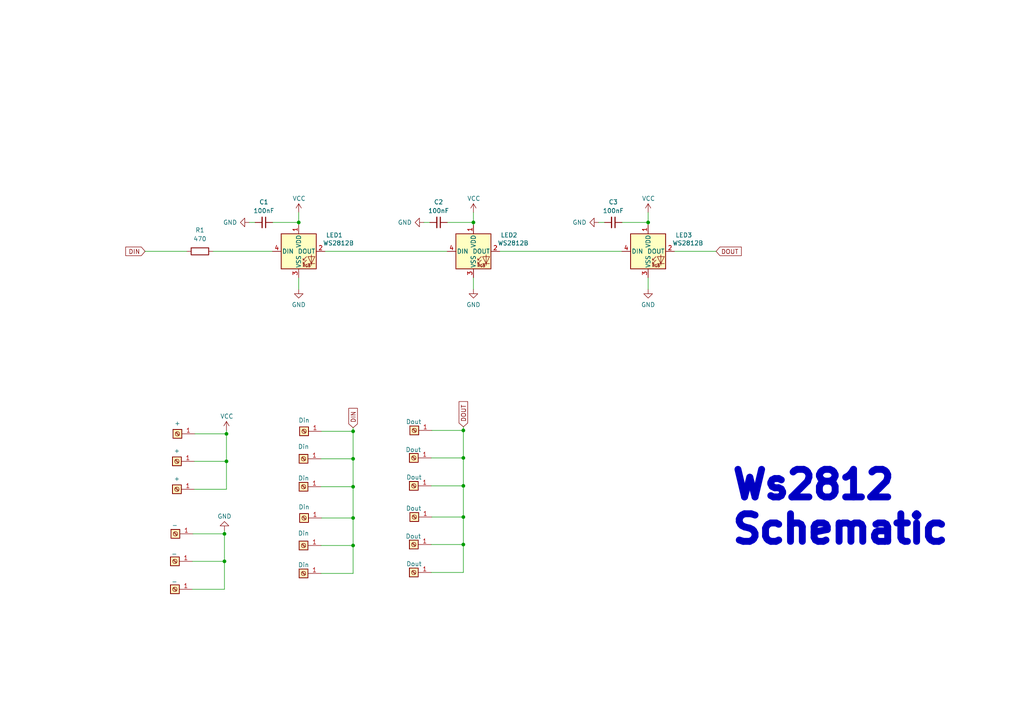
<source format=kicad_sch>
(kicad_sch (version 20230121) (generator eeschema)

  (uuid e63e39d7-6ac0-4ffd-8aa3-1841a4541b55)

  (paper "A4")

  (title_block
    (title "Ws2812 Schematic")
    (date "2024-03-08")
    (rev "1")
    (company " Designed By : Engr. Ahsan Mehmood Awan")
    (comment 1 "WhatsApp +923491540717")
    (comment 2 "https://www.fiverr.com/pcbdesign_engr")
    (comment 3 "engrahsanmehmoodawan@gmail.com")
  )

  (lib_symbols
    (symbol "Connector:Screw_Terminal_01x01" (pin_names (offset 1.016) hide) (in_bom yes) (on_board yes)
      (property "Reference" "J" (at 0 2.54 0)
        (effects (font (size 1.27 1.27)))
      )
      (property "Value" "Screw_Terminal_01x01" (at 0 -2.54 0)
        (effects (font (size 1.27 1.27)))
      )
      (property "Footprint" "" (at 0 0 0)
        (effects (font (size 1.27 1.27)) hide)
      )
      (property "Datasheet" "~" (at 0 0 0)
        (effects (font (size 1.27 1.27)) hide)
      )
      (property "ki_keywords" "screw terminal" (at 0 0 0)
        (effects (font (size 1.27 1.27)) hide)
      )
      (property "ki_description" "Generic screw terminal, single row, 01x01, script generated (kicad-library-utils/schlib/autogen/connector/)" (at 0 0 0)
        (effects (font (size 1.27 1.27)) hide)
      )
      (property "ki_fp_filters" "TerminalBlock*:*" (at 0 0 0)
        (effects (font (size 1.27 1.27)) hide)
      )
      (symbol "Screw_Terminal_01x01_1_1"
        (rectangle (start -1.27 1.27) (end 1.27 -1.27)
          (stroke (width 0.254) (type default))
          (fill (type background))
        )
        (polyline
          (pts
            (xy -0.5334 0.3302)
            (xy 0.3302 -0.508)
          )
          (stroke (width 0.1524) (type default))
          (fill (type none))
        )
        (polyline
          (pts
            (xy -0.3556 0.508)
            (xy 0.508 -0.3302)
          )
          (stroke (width 0.1524) (type default))
          (fill (type none))
        )
        (circle (center 0 0) (radius 0.635)
          (stroke (width 0.1524) (type default))
          (fill (type none))
        )
        (pin passive line (at -5.08 0 0) (length 3.81)
          (name "Pin_1" (effects (font (size 1.27 1.27))))
          (number "1" (effects (font (size 1.27 1.27))))
        )
      )
    )
    (symbol "Device:C_Small" (pin_numbers hide) (pin_names (offset 0.254) hide) (in_bom yes) (on_board yes)
      (property "Reference" "C" (at 0.254 1.778 0)
        (effects (font (size 1.27 1.27)) (justify left))
      )
      (property "Value" "C_Small" (at 0.254 -2.032 0)
        (effects (font (size 1.27 1.27)) (justify left))
      )
      (property "Footprint" "" (at 0 0 0)
        (effects (font (size 1.27 1.27)) hide)
      )
      (property "Datasheet" "~" (at 0 0 0)
        (effects (font (size 1.27 1.27)) hide)
      )
      (property "ki_keywords" "capacitor cap" (at 0 0 0)
        (effects (font (size 1.27 1.27)) hide)
      )
      (property "ki_description" "Unpolarized capacitor, small symbol" (at 0 0 0)
        (effects (font (size 1.27 1.27)) hide)
      )
      (property "ki_fp_filters" "C_*" (at 0 0 0)
        (effects (font (size 1.27 1.27)) hide)
      )
      (symbol "C_Small_0_1"
        (polyline
          (pts
            (xy -1.524 -0.508)
            (xy 1.524 -0.508)
          )
          (stroke (width 0.3302) (type default))
          (fill (type none))
        )
        (polyline
          (pts
            (xy -1.524 0.508)
            (xy 1.524 0.508)
          )
          (stroke (width 0.3048) (type default))
          (fill (type none))
        )
      )
      (symbol "C_Small_1_1"
        (pin passive line (at 0 2.54 270) (length 2.032)
          (name "~" (effects (font (size 1.27 1.27))))
          (number "1" (effects (font (size 1.27 1.27))))
        )
        (pin passive line (at 0 -2.54 90) (length 2.032)
          (name "~" (effects (font (size 1.27 1.27))))
          (number "2" (effects (font (size 1.27 1.27))))
        )
      )
    )
    (symbol "Device:R" (pin_numbers hide) (pin_names (offset 0)) (in_bom yes) (on_board yes)
      (property "Reference" "R" (at 2.032 0 90)
        (effects (font (size 1.27 1.27)))
      )
      (property "Value" "R" (at 0 0 90)
        (effects (font (size 1.27 1.27)))
      )
      (property "Footprint" "" (at -1.778 0 90)
        (effects (font (size 1.27 1.27)) hide)
      )
      (property "Datasheet" "~" (at 0 0 0)
        (effects (font (size 1.27 1.27)) hide)
      )
      (property "ki_keywords" "R res resistor" (at 0 0 0)
        (effects (font (size 1.27 1.27)) hide)
      )
      (property "ki_description" "Resistor" (at 0 0 0)
        (effects (font (size 1.27 1.27)) hide)
      )
      (property "ki_fp_filters" "R_*" (at 0 0 0)
        (effects (font (size 1.27 1.27)) hide)
      )
      (symbol "R_0_1"
        (rectangle (start -1.016 -2.54) (end 1.016 2.54)
          (stroke (width 0.254) (type default))
          (fill (type none))
        )
      )
      (symbol "R_1_1"
        (pin passive line (at 0 3.81 270) (length 1.27)
          (name "~" (effects (font (size 1.27 1.27))))
          (number "1" (effects (font (size 1.27 1.27))))
        )
        (pin passive line (at 0 -3.81 90) (length 1.27)
          (name "~" (effects (font (size 1.27 1.27))))
          (number "2" (effects (font (size 1.27 1.27))))
        )
      )
    )
    (symbol "LED:WS2812B" (pin_names (offset 0.254)) (in_bom yes) (on_board yes)
      (property "Reference" "D" (at 5.08 5.715 0)
        (effects (font (size 1.27 1.27)) (justify right bottom))
      )
      (property "Value" "WS2812B" (at 1.27 -5.715 0)
        (effects (font (size 1.27 1.27)) (justify left top))
      )
      (property "Footprint" "LED_SMD:LED_WS2812B_PLCC4_5.0x5.0mm_P3.2mm" (at 1.27 -7.62 0)
        (effects (font (size 1.27 1.27)) (justify left top) hide)
      )
      (property "Datasheet" "https://cdn-shop.adafruit.com/datasheets/WS2812B.pdf" (at 2.54 -9.525 0)
        (effects (font (size 1.27 1.27)) (justify left top) hide)
      )
      (property "ki_keywords" "RGB LED NeoPixel addressable" (at 0 0 0)
        (effects (font (size 1.27 1.27)) hide)
      )
      (property "ki_description" "RGB LED with integrated controller" (at 0 0 0)
        (effects (font (size 1.27 1.27)) hide)
      )
      (property "ki_fp_filters" "LED*WS2812*PLCC*5.0x5.0mm*P3.2mm*" (at 0 0 0)
        (effects (font (size 1.27 1.27)) hide)
      )
      (symbol "WS2812B_0_0"
        (text "RGB" (at 2.286 -4.191 0)
          (effects (font (size 0.762 0.762)))
        )
      )
      (symbol "WS2812B_0_1"
        (polyline
          (pts
            (xy 1.27 -3.556)
            (xy 1.778 -3.556)
          )
          (stroke (width 0) (type default))
          (fill (type none))
        )
        (polyline
          (pts
            (xy 1.27 -2.54)
            (xy 1.778 -2.54)
          )
          (stroke (width 0) (type default))
          (fill (type none))
        )
        (polyline
          (pts
            (xy 4.699 -3.556)
            (xy 2.667 -3.556)
          )
          (stroke (width 0) (type default))
          (fill (type none))
        )
        (polyline
          (pts
            (xy 2.286 -2.54)
            (xy 1.27 -3.556)
            (xy 1.27 -3.048)
          )
          (stroke (width 0) (type default))
          (fill (type none))
        )
        (polyline
          (pts
            (xy 2.286 -1.524)
            (xy 1.27 -2.54)
            (xy 1.27 -2.032)
          )
          (stroke (width 0) (type default))
          (fill (type none))
        )
        (polyline
          (pts
            (xy 3.683 -1.016)
            (xy 3.683 -3.556)
            (xy 3.683 -4.064)
          )
          (stroke (width 0) (type default))
          (fill (type none))
        )
        (polyline
          (pts
            (xy 4.699 -1.524)
            (xy 2.667 -1.524)
            (xy 3.683 -3.556)
            (xy 4.699 -1.524)
          )
          (stroke (width 0) (type default))
          (fill (type none))
        )
        (rectangle (start 5.08 5.08) (end -5.08 -5.08)
          (stroke (width 0.254) (type default))
          (fill (type background))
        )
      )
      (symbol "WS2812B_1_1"
        (pin power_in line (at 0 7.62 270) (length 2.54)
          (name "VDD" (effects (font (size 1.27 1.27))))
          (number "1" (effects (font (size 1.27 1.27))))
        )
        (pin output line (at 7.62 0 180) (length 2.54)
          (name "DOUT" (effects (font (size 1.27 1.27))))
          (number "2" (effects (font (size 1.27 1.27))))
        )
        (pin power_in line (at 0 -7.62 90) (length 2.54)
          (name "VSS" (effects (font (size 1.27 1.27))))
          (number "3" (effects (font (size 1.27 1.27))))
        )
        (pin input line (at -7.62 0 0) (length 2.54)
          (name "DIN" (effects (font (size 1.27 1.27))))
          (number "4" (effects (font (size 1.27 1.27))))
        )
      )
    )
    (symbol "power:GND" (power) (pin_names (offset 0)) (in_bom yes) (on_board yes)
      (property "Reference" "#PWR" (at 0 -6.35 0)
        (effects (font (size 1.27 1.27)) hide)
      )
      (property "Value" "GND" (at 0 -3.81 0)
        (effects (font (size 1.27 1.27)))
      )
      (property "Footprint" "" (at 0 0 0)
        (effects (font (size 1.27 1.27)) hide)
      )
      (property "Datasheet" "" (at 0 0 0)
        (effects (font (size 1.27 1.27)) hide)
      )
      (property "ki_keywords" "global power" (at 0 0 0)
        (effects (font (size 1.27 1.27)) hide)
      )
      (property "ki_description" "Power symbol creates a global label with name \"GND\" , ground" (at 0 0 0)
        (effects (font (size 1.27 1.27)) hide)
      )
      (symbol "GND_0_1"
        (polyline
          (pts
            (xy 0 0)
            (xy 0 -1.27)
            (xy 1.27 -1.27)
            (xy 0 -2.54)
            (xy -1.27 -1.27)
            (xy 0 -1.27)
          )
          (stroke (width 0) (type default))
          (fill (type none))
        )
      )
      (symbol "GND_1_1"
        (pin power_in line (at 0 0 270) (length 0) hide
          (name "GND" (effects (font (size 1.27 1.27))))
          (number "1" (effects (font (size 1.27 1.27))))
        )
      )
    )
    (symbol "power:VCC" (power) (pin_names (offset 0)) (in_bom yes) (on_board yes)
      (property "Reference" "#PWR" (at 0 -3.81 0)
        (effects (font (size 1.27 1.27)) hide)
      )
      (property "Value" "VCC" (at 0 3.81 0)
        (effects (font (size 1.27 1.27)))
      )
      (property "Footprint" "" (at 0 0 0)
        (effects (font (size 1.27 1.27)) hide)
      )
      (property "Datasheet" "" (at 0 0 0)
        (effects (font (size 1.27 1.27)) hide)
      )
      (property "ki_keywords" "global power" (at 0 0 0)
        (effects (font (size 1.27 1.27)) hide)
      )
      (property "ki_description" "Power symbol creates a global label with name \"VCC\"" (at 0 0 0)
        (effects (font (size 1.27 1.27)) hide)
      )
      (symbol "VCC_0_1"
        (polyline
          (pts
            (xy -0.762 1.27)
            (xy 0 2.54)
          )
          (stroke (width 0) (type default))
          (fill (type none))
        )
        (polyline
          (pts
            (xy 0 0)
            (xy 0 2.54)
          )
          (stroke (width 0) (type default))
          (fill (type none))
        )
        (polyline
          (pts
            (xy 0 2.54)
            (xy 0.762 1.27)
          )
          (stroke (width 0) (type default))
          (fill (type none))
        )
      )
      (symbol "VCC_1_1"
        (pin power_in line (at 0 0 90) (length 0) hide
          (name "VCC" (effects (font (size 1.27 1.27))))
          (number "1" (effects (font (size 1.27 1.27))))
        )
      )
    )
  )

  (junction (at 65.6844 133.8072) (diameter 0) (color 0 0 0 0)
    (uuid 08a0389d-391b-430d-aff0-3f35de5eee6e)
  )
  (junction (at 134.3914 140.9192) (diameter 0) (color 0 0 0 0)
    (uuid 1ef84152-e831-416a-aace-2a74982460cd)
  )
  (junction (at 102.4128 133.0706) (diameter 0) (color 0 0 0 0)
    (uuid 207d1239-0a8e-4faf-bc12-c74745c2d982)
  )
  (junction (at 65.1002 162.814) (diameter 0) (color 0 0 0 0)
    (uuid 250b09ae-c66d-4bbc-8b54-dad8a3c0dc50)
  )
  (junction (at 102.4128 150.241) (diameter 0) (color 0 0 0 0)
    (uuid 3bb38ae6-81d7-4f98-945b-e4e00bebbe9a)
  )
  (junction (at 137.3124 64.516) (diameter 0) (color 0 0 0 0)
    (uuid 3cc34aa2-b97a-4fc9-89ba-a69b9c534a4d)
  )
  (junction (at 86.6394 64.516) (diameter 0) (color 0 0 0 0)
    (uuid 40fa4b6f-7dea-471f-98d7-014144b49831)
  )
  (junction (at 102.4128 141.1732) (diameter 0) (color 0 0 0 0)
    (uuid 582ce525-2ec7-45ac-b8d9-a43ceb89f3af)
  )
  (junction (at 134.3914 124.841) (diameter 0) (color 0 0 0 0)
    (uuid 844bce8d-7cc1-45b4-bed8-2d0e074a0c65)
  )
  (junction (at 102.4128 158.2166) (diameter 0) (color 0 0 0 0)
    (uuid ac2bcafa-1a34-4108-aa2f-5ed18c4cf795)
  )
  (junction (at 134.3914 149.9616) (diameter 0) (color 0 0 0 0)
    (uuid addb8426-6557-4715-bbde-456c33f73845)
  )
  (junction (at 134.3914 157.9372) (diameter 0) (color 0 0 0 0)
    (uuid b53b4a56-be00-457b-99e9-466dab6253b8)
  )
  (junction (at 134.3914 132.8166) (diameter 0) (color 0 0 0 0)
    (uuid c7d9e44c-07f8-4cf0-b582-0fa01fae65f3)
  )
  (junction (at 187.9854 64.516) (diameter 0) (color 0 0 0 0)
    (uuid d59febc1-63fc-4486-91d4-36b3fcbdc210)
  )
  (junction (at 65.1002 154.8384) (diameter 0) (color 0 0 0 0)
    (uuid da8f3453-129f-4307-8e1c-988cb0a4418c)
  )
  (junction (at 102.4128 125.095) (diameter 0) (color 0 0 0 0)
    (uuid e716e05b-5aff-40db-a0a7-929113f1715f)
  )
  (junction (at 65.6844 125.8316) (diameter 0) (color 0 0 0 0)
    (uuid f3ebfc7f-1139-4641-8835-2f0b680b006a)
  )

  (wire (pts (xy 173.609 64.516) (xy 175.3362 64.516))
    (stroke (width 0) (type default))
    (uuid 00beabad-af07-4b35-94c0-1817621c1aa4)
  )
  (wire (pts (xy 65.1002 162.814) (xy 65.1002 170.9166))
    (stroke (width 0) (type default))
    (uuid 02d1797e-012c-45c5-bd95-b4cd00c400db)
  )
  (wire (pts (xy 65.1002 170.9166) (xy 55.8038 170.9166))
    (stroke (width 0) (type default))
    (uuid 04b41f8b-0dda-4a57-8c86-0639666a5030)
  )
  (wire (pts (xy 102.4128 125.095) (xy 102.4128 133.0706))
    (stroke (width 0) (type default))
    (uuid 0b269180-b52c-4ece-b574-55e820022f76)
  )
  (wire (pts (xy 125.095 157.9372) (xy 134.3914 157.9372))
    (stroke (width 0) (type default))
    (uuid 0b958377-b7c3-4ae3-b4ed-bd73eb5c057b)
  )
  (wire (pts (xy 187.9854 83.9216) (xy 187.9854 80.518))
    (stroke (width 0) (type default))
    (uuid 0eb3183c-20cc-4fc2-8171-af3fe0877421)
  )
  (wire (pts (xy 86.6394 64.516) (xy 86.6394 65.278))
    (stroke (width 0) (type default))
    (uuid 16af3be5-5616-4e33-8048-1742e0a5fd5e)
  )
  (wire (pts (xy 102.4128 166.3192) (xy 93.1164 166.3192))
    (stroke (width 0) (type default))
    (uuid 1a80b31c-e9eb-4836-9ad9-a5403e4f5e91)
  )
  (wire (pts (xy 180.4162 64.516) (xy 187.9854 64.516))
    (stroke (width 0) (type default))
    (uuid 2146d100-4fd5-4a13-852c-a97a3fb24e5b)
  )
  (wire (pts (xy 65.1002 154.8384) (xy 65.1002 162.814))
    (stroke (width 0) (type default))
    (uuid 2702042e-a018-4c27-ad38-71638a6cf851)
  )
  (wire (pts (xy 102.4128 125.095) (xy 102.4128 124.0536))
    (stroke (width 0) (type default))
    (uuid 29465c8e-145f-4ece-82ba-084eb7a45fde)
  )
  (wire (pts (xy 102.4128 158.2166) (xy 102.4128 166.3192))
    (stroke (width 0) (type default))
    (uuid 2a3c6494-7566-450a-adcd-d9714e81a0c5)
  )
  (wire (pts (xy 134.3914 157.9372) (xy 134.3914 166.0398))
    (stroke (width 0) (type default))
    (uuid 2c644314-aa43-4552-9f2c-d8df5ffbe533)
  )
  (wire (pts (xy 93.1164 133.0706) (xy 102.4128 133.0706))
    (stroke (width 0) (type default))
    (uuid 352e4407-31b9-4fc1-bf83-3fab4e116443)
  )
  (wire (pts (xy 72.263 64.516) (xy 73.9902 64.516))
    (stroke (width 0) (type default))
    (uuid 4397abca-a914-4f16-a3ad-25e7f11238f4)
  )
  (wire (pts (xy 56.388 133.8072) (xy 65.6844 133.8072))
    (stroke (width 0) (type default))
    (uuid 474c4b4f-8e95-4c2e-a29f-4233f495ef4d)
  )
  (wire (pts (xy 93.1164 158.2166) (xy 102.4128 158.2166))
    (stroke (width 0) (type default))
    (uuid 4b881bbe-4d0f-4ede-8328-0c1629910348)
  )
  (wire (pts (xy 134.3914 166.0398) (xy 125.095 166.0398))
    (stroke (width 0) (type default))
    (uuid 51f3f6e4-cf53-4faf-b8b2-02a431529e74)
  )
  (wire (pts (xy 42.0878 72.898) (xy 54.1782 72.898))
    (stroke (width 0) (type default))
    (uuid 522eb138-751e-489f-91f9-e79365f21b24)
  )
  (wire (pts (xy 93.2688 150.241) (xy 102.4128 150.241))
    (stroke (width 0) (type default))
    (uuid 537e0e38-4fc1-469a-88e1-45433e56dbe4)
  )
  (wire (pts (xy 65.1002 154.8384) (xy 65.1002 153.797))
    (stroke (width 0) (type default))
    (uuid 578c0413-b287-4798-9e23-8105ca69a623)
  )
  (wire (pts (xy 207.6958 72.898) (xy 195.6054 72.898))
    (stroke (width 0) (type default))
    (uuid 5b52f58e-0098-4610-abe7-afb4f4a9c93f)
  )
  (wire (pts (xy 134.3914 140.9192) (xy 134.3914 149.9616))
    (stroke (width 0) (type default))
    (uuid 5fa0f539-7857-4ad3-98ad-ba7257fc181d)
  )
  (wire (pts (xy 122.936 64.516) (xy 124.6632 64.516))
    (stroke (width 0) (type default))
    (uuid 6109797a-d19f-48d4-8be1-1545e274ba34)
  )
  (wire (pts (xy 134.3914 132.8166) (xy 134.3914 140.9192))
    (stroke (width 0) (type default))
    (uuid 6157ab2a-d450-4453-9d6d-0fad5bc264f9)
  )
  (wire (pts (xy 129.7432 64.516) (xy 137.3124 64.516))
    (stroke (width 0) (type default))
    (uuid 61d644fa-5db9-4d65-b588-3dac461e6252)
  )
  (wire (pts (xy 93.2688 125.095) (xy 102.4128 125.095))
    (stroke (width 0) (type default))
    (uuid 656ce622-8506-4f37-ba79-062c5cb5c1b0)
  )
  (wire (pts (xy 102.4128 141.1732) (xy 93.1164 141.1732))
    (stroke (width 0) (type default))
    (uuid 68b2bed8-8da1-45ae-8eb2-5a72a6a47752)
  )
  (wire (pts (xy 65.6844 125.8316) (xy 65.6844 124.7902))
    (stroke (width 0) (type default))
    (uuid 69e81f5e-3e98-4598-b1fd-20435a894f97)
  )
  (wire (pts (xy 102.4128 133.0706) (xy 102.4128 141.1732))
    (stroke (width 0) (type default))
    (uuid 718b24e6-0a8a-482c-8db1-012012b812f5)
  )
  (wire (pts (xy 134.3914 140.9192) (xy 125.095 140.9192))
    (stroke (width 0) (type default))
    (uuid 7237a6d6-a73d-4c42-8659-96edf56f16f2)
  )
  (wire (pts (xy 137.3124 64.516) (xy 137.3124 65.278))
    (stroke (width 0) (type default))
    (uuid 73ac6ba0-533e-4932-85aa-dbefb440e481)
  )
  (wire (pts (xy 137.3124 61.6204) (xy 137.3124 64.516))
    (stroke (width 0) (type default))
    (uuid 880e6479-9f01-4b83-a9e1-9aa959749923)
  )
  (wire (pts (xy 65.6844 141.9098) (xy 56.388 141.9098))
    (stroke (width 0) (type default))
    (uuid a13f92fb-2ea6-4cb4-97ab-6ee69bd95af2)
  )
  (wire (pts (xy 55.9562 154.8384) (xy 65.1002 154.8384))
    (stroke (width 0) (type default))
    (uuid a54d39b1-fa17-41a5-b211-6c33c9439edf)
  )
  (wire (pts (xy 65.6844 125.8316) (xy 65.6844 133.8072))
    (stroke (width 0) (type default))
    (uuid a57f0cb7-b110-4989-9fc5-413ab986db61)
  )
  (wire (pts (xy 144.9324 72.898) (xy 180.3654 72.898))
    (stroke (width 0) (type default))
    (uuid a5cc5f5c-0bb4-46ba-81fd-982f4de39051)
  )
  (wire (pts (xy 86.6394 83.9216) (xy 86.6394 80.518))
    (stroke (width 0) (type default))
    (uuid a7e7c392-14ee-4fbb-8305-e0769d81bc12)
  )
  (wire (pts (xy 79.0702 64.516) (xy 86.6394 64.516))
    (stroke (width 0) (type default))
    (uuid a892f5eb-d9c0-4606-a0f4-d41d8f676fe5)
  )
  (wire (pts (xy 102.4128 150.241) (xy 102.4128 158.2166))
    (stroke (width 0) (type default))
    (uuid ad04529f-feff-4b9a-9e9d-cb172c87b5b8)
  )
  (wire (pts (xy 61.7982 72.898) (xy 79.0194 72.898))
    (stroke (width 0) (type default))
    (uuid ad99afb2-cc12-4d4b-81bd-dce013bb38bd)
  )
  (wire (pts (xy 94.2594 72.898) (xy 129.6924 72.898))
    (stroke (width 0) (type default))
    (uuid b2b33215-3432-4037-9619-aafb7532fdc5)
  )
  (wire (pts (xy 125.2474 124.841) (xy 134.3914 124.841))
    (stroke (width 0) (type default))
    (uuid bc8fc7dc-8087-407d-98eb-9a2518e54277)
  )
  (wire (pts (xy 56.5404 125.8316) (xy 65.6844 125.8316))
    (stroke (width 0) (type default))
    (uuid c6e0e76c-290e-4b07-a287-2f6b7e8f4a0b)
  )
  (wire (pts (xy 86.6394 61.6204) (xy 86.6394 64.516))
    (stroke (width 0) (type default))
    (uuid c740a7c1-09eb-4c73-8f4f-ac3e458cfdb7)
  )
  (wire (pts (xy 187.9854 64.516) (xy 187.9854 65.278))
    (stroke (width 0) (type default))
    (uuid cc1f717d-4819-49fd-8220-02abedc2611f)
  )
  (wire (pts (xy 102.4128 141.1732) (xy 102.4128 150.241))
    (stroke (width 0) (type default))
    (uuid cf40cb55-f5de-4765-91c2-9941dfc919fa)
  )
  (wire (pts (xy 125.2474 149.9616) (xy 134.3914 149.9616))
    (stroke (width 0) (type default))
    (uuid dd1a6fd9-b458-4836-89b4-79c6e8759058)
  )
  (wire (pts (xy 134.3914 124.841) (xy 134.3914 123.7996))
    (stroke (width 0) (type default))
    (uuid e43b001f-d23d-44a1-bf63-330448defe22)
  )
  (wire (pts (xy 55.8038 162.814) (xy 65.1002 162.814))
    (stroke (width 0) (type default))
    (uuid e49f6b9b-d5c0-496b-80c8-80ea4e317a01)
  )
  (wire (pts (xy 125.095 132.8166) (xy 134.3914 132.8166))
    (stroke (width 0) (type default))
    (uuid ea1be95c-840b-4150-a279-b95776c3de61)
  )
  (wire (pts (xy 187.9854 61.6204) (xy 187.9854 64.516))
    (stroke (width 0) (type default))
    (uuid f284411d-5f26-457d-97e9-093ca2683553)
  )
  (wire (pts (xy 134.3914 149.9616) (xy 134.3914 157.9372))
    (stroke (width 0) (type default))
    (uuid f6608d78-f90e-4276-8698-61c6af71f852)
  )
  (wire (pts (xy 65.6844 133.8072) (xy 65.6844 141.9098))
    (stroke (width 0) (type default))
    (uuid f9adb785-53cd-4759-a868-2c5e91a945dd)
  )
  (wire (pts (xy 134.3914 124.841) (xy 134.3914 132.8166))
    (stroke (width 0) (type default))
    (uuid fa295c32-d4a8-4eb0-9dd0-a46d40986ce6)
  )
  (wire (pts (xy 137.3124 83.9216) (xy 137.3124 80.518))
    (stroke (width 0) (type default))
    (uuid ff6a91e8-78b9-449c-af1c-a0d2f0fe0669)
  )

  (text "Ws2812 \nSchematic" (at 211.582 158.3436 0)
    (effects (font (size 8 8) (thickness 2) bold) (justify left bottom))
    (uuid c7ed1a16-b1b1-4fb9-960b-eb7fe772bcba)
  )

  (global_label "DIN" (shape input) (at 102.4128 124.0536 90) (fields_autoplaced)
    (effects (font (size 1.27 1.27)) (justify left))
    (uuid 588cc668-d9c8-4c2a-8c70-12646acabf16)
    (property "Intersheetrefs" "${INTERSHEET_REFS}" (at 102.4128 118.5173 90)
      (effects (font (size 1.27 1.27)) (justify left) hide)
    )
  )
  (global_label "DOUT" (shape input) (at 134.3914 123.7996 90) (fields_autoplaced)
    (effects (font (size 1.27 1.27)) (justify left))
    (uuid 63591d51-4fe4-4303-8f11-5c377aacf055)
    (property "Intersheetrefs" "${INTERSHEET_REFS}" (at 134.3914 116.57 90)
      (effects (font (size 1.27 1.27)) (justify left) hide)
    )
  )
  (global_label "DOUT" (shape input) (at 207.6958 72.898 0) (fields_autoplaced)
    (effects (font (size 1.27 1.27)) (justify left))
    (uuid afa01317-8611-4778-b5f9-120e2ac21bdd)
    (property "Intersheetrefs" "${INTERSHEET_REFS}" (at 214.9254 72.898 0)
      (effects (font (size 1.27 1.27)) (justify left) hide)
    )
  )
  (global_label "DIN" (shape input) (at 42.0878 72.898 180) (fields_autoplaced)
    (effects (font (size 1.27 1.27)) (justify right))
    (uuid bd81bd0f-283c-46d7-b3cd-c0e8e2d1bd0b)
    (property "Intersheetrefs" "${INTERSHEET_REFS}" (at 36.5515 72.898 0)
      (effects (font (size 1.27 1.27)) (justify right) hide)
    )
  )

  (symbol (lib_id "Connector:Screw_Terminal_01x01") (at 120.015 157.9372 180) (unit 1)
    (in_bom no) (on_board yes) (dnp no)
    (uuid 095d8b84-925f-45b7-a078-39af9a1806f0)
    (property "Reference" "J16" (at 120.015 152.3238 0)
      (effects (font (size 1.27 1.27)) hide)
    )
    (property "Value" "Dout" (at 119.888 155.5496 0)
      (effects (font (size 1.27 1.27)))
    )
    (property "Footprint" "Ahsan Libs:1X01_CASTEL" (at 120.015 157.9372 0)
      (effects (font (size 1.27 1.27)) hide)
    )
    (property "Datasheet" "~" (at 120.015 157.9372 0)
      (effects (font (size 1.27 1.27)) hide)
    )
    (property "JLCPCB Part#" "" (at 120.015 157.9372 0)
      (effects (font (size 1.27 1.27)) hide)
    )
    (pin "1" (uuid 161d3c3e-ceb7-4b07-9836-4f0ee9cbd05b))
    (instances
      (project "Ws2812 PCB"
        (path "/e63e39d7-6ac0-4ffd-8aa3-1841a4541b55"
          (reference "J16") (unit 1)
        )
      )
    )
  )

  (symbol (lib_id "Connector:Screw_Terminal_01x01") (at 51.308 141.9098 180) (unit 1)
    (in_bom no) (on_board yes) (dnp no) (fields_autoplaced)
    (uuid 1c9046ea-8540-424d-a892-db0df7cc7f97)
    (property "Reference" "J5" (at 51.308 136.2964 0)
      (effects (font (size 1.27 1.27)) hide)
    )
    (property "Value" "+" (at 51.308 138.8364 0)
      (effects (font (size 1.27 1.27)))
    )
    (property "Footprint" "Ahsan Libs:1X01_CASTEL" (at 51.308 141.9098 0)
      (effects (font (size 1.27 1.27)) hide)
    )
    (property "Datasheet" "~" (at 51.308 141.9098 0)
      (effects (font (size 1.27 1.27)) hide)
    )
    (property "JLCPCB Part#" "" (at 51.308 141.9098 0)
      (effects (font (size 1.27 1.27)) hide)
    )
    (pin "1" (uuid 03f04779-f647-461c-8d65-aff62f23c59f))
    (instances
      (project "Ws2812 PCB"
        (path "/e63e39d7-6ac0-4ffd-8aa3-1841a4541b55"
          (reference "J5") (unit 1)
        )
      )
    )
  )

  (symbol (lib_id "Connector:Screw_Terminal_01x01") (at 120.1674 149.9616 180) (unit 1)
    (in_bom no) (on_board yes) (dnp no)
    (uuid 1d56e468-2111-4edd-a229-bbea180548f4)
    (property "Reference" "J18" (at 120.1674 144.3482 0)
      (effects (font (size 1.27 1.27)) hide)
    )
    (property "Value" "Dout" (at 119.9896 147.447 0)
      (effects (font (size 1.27 1.27)))
    )
    (property "Footprint" "Ahsan Libs:1X01_CASTEL" (at 120.1674 149.9616 0)
      (effects (font (size 1.27 1.27)) hide)
    )
    (property "Datasheet" "~" (at 120.1674 149.9616 0)
      (effects (font (size 1.27 1.27)) hide)
    )
    (property "JLCPCB Part#" "" (at 120.1674 149.9616 0)
      (effects (font (size 1.27 1.27)) hide)
    )
    (pin "1" (uuid d626577c-1493-47a5-abf6-353c6c43b964))
    (instances
      (project "Ws2812 PCB"
        (path "/e63e39d7-6ac0-4ffd-8aa3-1841a4541b55"
          (reference "J18") (unit 1)
        )
      )
    )
  )

  (symbol (lib_id "Connector:Screw_Terminal_01x01") (at 88.0364 158.2166 180) (unit 1)
    (in_bom no) (on_board yes) (dnp no) (fields_autoplaced)
    (uuid 1ea4af12-0f06-4559-9365-e30811d97f07)
    (property "Reference" "J13" (at 88.0364 152.6032 0)
      (effects (font (size 1.27 1.27)) hide)
    )
    (property "Value" "Din" (at 88.0364 154.686 0)
      (effects (font (size 1.27 1.27)))
    )
    (property "Footprint" "Ahsan Libs:1X01_CASTEL" (at 88.0364 158.2166 0)
      (effects (font (size 1.27 1.27)) hide)
    )
    (property "Datasheet" "~" (at 88.0364 158.2166 0)
      (effects (font (size 1.27 1.27)) hide)
    )
    (property "JLCPCB Part#" "" (at 88.0364 158.2166 0)
      (effects (font (size 1.27 1.27)) hide)
    )
    (pin "1" (uuid 9cf9fc3a-ee7e-489b-b40d-36758594f6d0))
    (instances
      (project "Ws2812 PCB"
        (path "/e63e39d7-6ac0-4ffd-8aa3-1841a4541b55"
          (reference "J13") (unit 1)
        )
      )
    )
  )

  (symbol (lib_id "LED:WS2812B") (at 86.6394 72.898 0) (unit 1)
    (in_bom yes) (on_board yes) (dnp no)
    (uuid 263e17ee-5ac9-410b-a07a-117d4a535f5a)
    (property "Reference" "LED1" (at 96.9772 68.199 0)
      (effects (font (size 1.27 1.27)))
    )
    (property "Value" "WS2812B" (at 98.171 70.5104 0)
      (effects (font (size 1.27 1.27)))
    )
    (property "Footprint" "Ahsan Libs:LED_WS2812B_PLCC4_5.0x5.0mm_P3.2mm" (at 87.9094 80.518 0)
      (effects (font (size 1.27 1.27)) (justify left top) hide)
    )
    (property "Datasheet" "https://cdn-shop.adafruit.com/datasheets/WS2812B.pdf" (at 89.1794 82.423 0)
      (effects (font (size 1.27 1.27)) (justify left top) hide)
    )
    (property "JLCPCB Part#" "C2761795" (at 86.6394 72.898 0)
      (effects (font (size 1.27 1.27)) hide)
    )
    (pin "1" (uuid d9170858-366f-4818-931b-1cf640bdae96))
    (pin "2" (uuid b3128b42-19f3-43c7-be04-df6c00d95fb6))
    (pin "3" (uuid e5273639-4da4-42bc-81fb-b2a021e0679d))
    (pin "4" (uuid 7daa164e-2614-4203-be3a-2e399afdea9d))
    (instances
      (project "Ws2812 PCB"
        (path "/e63e39d7-6ac0-4ffd-8aa3-1841a4541b55"
          (reference "LED1") (unit 1)
        )
      )
    )
  )

  (symbol (lib_id "power:GND") (at 122.936 64.516 270) (unit 1)
    (in_bom yes) (on_board yes) (dnp no) (fields_autoplaced)
    (uuid 269c0fee-cd95-4e99-952a-961686499a96)
    (property "Reference" "#PWR04" (at 116.586 64.516 0)
      (effects (font (size 1.27 1.27)) hide)
    )
    (property "Value" "GND" (at 119.4562 64.516 90)
      (effects (font (size 1.27 1.27)) (justify right))
    )
    (property "Footprint" "" (at 122.936 64.516 0)
      (effects (font (size 1.27 1.27)) hide)
    )
    (property "Datasheet" "" (at 122.936 64.516 0)
      (effects (font (size 1.27 1.27)) hide)
    )
    (pin "1" (uuid 28ec810f-1f54-43d3-ae6c-5ba0c382e8b8))
    (instances
      (project "Ws2812 PCB"
        (path "/e63e39d7-6ac0-4ffd-8aa3-1841a4541b55"
          (reference "#PWR04") (unit 1)
        )
      )
    )
  )

  (symbol (lib_id "Connector:Screw_Terminal_01x01") (at 88.1888 150.241 180) (unit 1)
    (in_bom no) (on_board yes) (dnp no) (fields_autoplaced)
    (uuid 331ab5d6-a082-4747-9e39-9b32ea77c17b)
    (property "Reference" "J15" (at 88.1888 144.6276 0)
      (effects (font (size 1.27 1.27)) hide)
    )
    (property "Value" "Din" (at 88.1888 147.066 0)
      (effects (font (size 1.27 1.27)))
    )
    (property "Footprint" "Ahsan Libs:1X01_CASTEL" (at 88.1888 150.241 0)
      (effects (font (size 1.27 1.27)) hide)
    )
    (property "Datasheet" "~" (at 88.1888 150.241 0)
      (effects (font (size 1.27 1.27)) hide)
    )
    (property "JLCPCB Part#" "" (at 88.1888 150.241 0)
      (effects (font (size 1.27 1.27)) hide)
    )
    (pin "1" (uuid 9cf3e623-019b-4373-9182-4ba36b0f5430))
    (instances
      (project "Ws2812 PCB"
        (path "/e63e39d7-6ac0-4ffd-8aa3-1841a4541b55"
          (reference "J15") (unit 1)
        )
      )
    )
  )

  (symbol (lib_id "Connector:Screw_Terminal_01x01") (at 120.015 132.8166 180) (unit 1)
    (in_bom no) (on_board yes) (dnp no)
    (uuid 420c1291-8aa7-4c35-99fd-7b9d826901a0)
    (property "Reference" "J7" (at 120.015 127.2032 0)
      (effects (font (size 1.27 1.27)) hide)
    )
    (property "Value" "Dout" (at 119.888 130.429 0)
      (effects (font (size 1.27 1.27)))
    )
    (property "Footprint" "Ahsan Libs:1X01_CASTEL" (at 120.015 132.8166 0)
      (effects (font (size 1.27 1.27)) hide)
    )
    (property "Datasheet" "~" (at 120.015 132.8166 0)
      (effects (font (size 1.27 1.27)) hide)
    )
    (property "JLCPCB Part#" "" (at 120.015 132.8166 0)
      (effects (font (size 1.27 1.27)) hide)
    )
    (pin "1" (uuid 21b8c3b9-f847-401f-a8f6-71fa6affec7f))
    (instances
      (project "Ws2812 PCB"
        (path "/e63e39d7-6ac0-4ffd-8aa3-1841a4541b55"
          (reference "J7") (unit 1)
        )
      )
    )
  )

  (symbol (lib_id "Connector:Screw_Terminal_01x01") (at 88.0364 141.1732 180) (unit 1)
    (in_bom no) (on_board yes) (dnp no)
    (uuid 4808ba84-f4f1-4b6e-8e0f-106f032339a9)
    (property "Reference" "J11" (at 88.0364 135.5598 0)
      (effects (font (size 1.27 1.27)) hide)
    )
    (property "Value" "Din" (at 88.0618 138.7094 0)
      (effects (font (size 1.27 1.27)))
    )
    (property "Footprint" "Ahsan Libs:1X01_CASTEL" (at 88.0364 141.1732 0)
      (effects (font (size 1.27 1.27)) hide)
    )
    (property "Datasheet" "~" (at 88.0364 141.1732 0)
      (effects (font (size 1.27 1.27)) hide)
    )
    (property "JLCPCB Part#" "" (at 88.0364 141.1732 0)
      (effects (font (size 1.27 1.27)) hide)
    )
    (pin "1" (uuid 6158159e-c80c-44d6-9d17-f7a3f439a775))
    (instances
      (project "Ws2812 PCB"
        (path "/e63e39d7-6ac0-4ffd-8aa3-1841a4541b55"
          (reference "J11") (unit 1)
        )
      )
    )
  )

  (symbol (lib_id "Connector:Screw_Terminal_01x01") (at 88.0364 133.0706 180) (unit 1)
    (in_bom no) (on_board yes) (dnp no) (fields_autoplaced)
    (uuid 4c1c0e12-cf6d-46e1-b85e-9048ad0c4f0f)
    (property "Reference" "J10" (at 88.0364 127.4572 0)
      (effects (font (size 1.27 1.27)) hide)
    )
    (property "Value" "Din" (at 88.0364 129.54 0)
      (effects (font (size 1.27 1.27)))
    )
    (property "Footprint" "Ahsan Libs:1X01_CASTEL" (at 88.0364 133.0706 0)
      (effects (font (size 1.27 1.27)) hide)
    )
    (property "Datasheet" "~" (at 88.0364 133.0706 0)
      (effects (font (size 1.27 1.27)) hide)
    )
    (property "JLCPCB Part#" "" (at 88.0364 133.0706 0)
      (effects (font (size 1.27 1.27)) hide)
    )
    (pin "1" (uuid b088d660-d5ee-4a40-a3b1-0fc13603a3a6))
    (instances
      (project "Ws2812 PCB"
        (path "/e63e39d7-6ac0-4ffd-8aa3-1841a4541b55"
          (reference "J10") (unit 1)
        )
      )
    )
  )

  (symbol (lib_id "Device:C_Small") (at 177.8762 64.516 270) (unit 1)
    (in_bom yes) (on_board yes) (dnp no) (fields_autoplaced)
    (uuid 5580d050-6c32-4a47-a62f-554ed905b853)
    (property "Reference" "C3" (at 177.8698 58.5978 90)
      (effects (font (size 1.27 1.27)))
    )
    (property "Value" "100nF" (at 177.8698 61.1378 90)
      (effects (font (size 1.27 1.27)))
    )
    (property "Footprint" "Ahsan Libs:C_0603_1608Metric" (at 177.8762 64.516 0)
      (effects (font (size 1.27 1.27)) hide)
    )
    (property "Datasheet" "~" (at 177.8762 64.516 0)
      (effects (font (size 1.27 1.27)) hide)
    )
    (property "JLCPCB Part#" "C14663" (at 177.8762 64.516 0)
      (effects (font (size 1.27 1.27)) hide)
    )
    (pin "1" (uuid 14378c93-7da8-4349-bcac-71722da43b67))
    (pin "2" (uuid 375ff852-b714-4c1b-a1ce-86f2cb508d33))
    (instances
      (project "Ws2812 PCB"
        (path "/e63e39d7-6ac0-4ffd-8aa3-1841a4541b55"
          (reference "C3") (unit 1)
        )
      )
    )
  )

  (symbol (lib_id "Connector:Screw_Terminal_01x01") (at 51.4604 125.8316 180) (unit 1)
    (in_bom no) (on_board yes) (dnp no) (fields_autoplaced)
    (uuid 55e3a025-9c4f-44b0-aa7b-d4f49bec6a5b)
    (property "Reference" "J6" (at 51.4604 120.2182 0)
      (effects (font (size 1.27 1.27)) hide)
    )
    (property "Value" "+" (at 51.4604 122.7582 0)
      (effects (font (size 1.27 1.27)))
    )
    (property "Footprint" "Ahsan Libs:1X01_CASTEL" (at 51.4604 125.8316 0)
      (effects (font (size 1.27 1.27)) hide)
    )
    (property "Datasheet" "~" (at 51.4604 125.8316 0)
      (effects (font (size 1.27 1.27)) hide)
    )
    (property "JLCPCB Part#" "" (at 51.4604 125.8316 0)
      (effects (font (size 1.27 1.27)) hide)
    )
    (pin "1" (uuid 6e4e435d-a227-4e3c-bdbb-5498c22fafd3))
    (instances
      (project "Ws2812 PCB"
        (path "/e63e39d7-6ac0-4ffd-8aa3-1841a4541b55"
          (reference "J6") (unit 1)
        )
      )
    )
  )

  (symbol (lib_id "Connector:Screw_Terminal_01x01") (at 50.7238 170.9166 180) (unit 1)
    (in_bom no) (on_board yes) (dnp no)
    (uuid 5642897d-a975-49e6-9b9f-6b63789e9455)
    (property "Reference" "J2" (at 50.7238 165.3032 0)
      (effects (font (size 1.27 1.27)) hide)
    )
    (property "Value" "-" (at 50.5968 168.6814 0)
      (effects (font (size 1.27 1.27)))
    )
    (property "Footprint" "Ahsan Libs:1X01_CASTEL" (at 50.7238 170.9166 0)
      (effects (font (size 1.27 1.27)) hide)
    )
    (property "Datasheet" "~" (at 50.7238 170.9166 0)
      (effects (font (size 1.27 1.27)) hide)
    )
    (property "JLCPCB Part#" "" (at 50.7238 170.9166 0)
      (effects (font (size 1.27 1.27)) hide)
    )
    (pin "1" (uuid e940b906-02d0-4de3-92d4-941228cc46ca))
    (instances
      (project "Ws2812 PCB"
        (path "/e63e39d7-6ac0-4ffd-8aa3-1841a4541b55"
          (reference "J2") (unit 1)
        )
      )
    )
  )

  (symbol (lib_id "power:GND") (at 137.3124 83.9216 0) (unit 1)
    (in_bom yes) (on_board yes) (dnp no) (fields_autoplaced)
    (uuid 59b06cc9-8b88-4871-a4a0-7af3e107b6dc)
    (property "Reference" "#PWR06" (at 137.3124 90.2716 0)
      (effects (font (size 1.27 1.27)) hide)
    )
    (property "Value" "GND" (at 137.3124 88.392 0)
      (effects (font (size 1.27 1.27)))
    )
    (property "Footprint" "" (at 137.3124 83.9216 0)
      (effects (font (size 1.27 1.27)) hide)
    )
    (property "Datasheet" "" (at 137.3124 83.9216 0)
      (effects (font (size 1.27 1.27)) hide)
    )
    (pin "1" (uuid e827907a-959d-4454-9bf4-a3b917c77d0d))
    (instances
      (project "Ws2812 PCB"
        (path "/e63e39d7-6ac0-4ffd-8aa3-1841a4541b55"
          (reference "#PWR06") (unit 1)
        )
      )
    )
  )

  (symbol (lib_id "LED:WS2812B") (at 187.9854 72.898 0) (unit 1)
    (in_bom yes) (on_board yes) (dnp no)
    (uuid 6601fb97-856e-4c83-a531-bc8f562bfa5c)
    (property "Reference" "LED3" (at 198.3232 68.199 0)
      (effects (font (size 1.27 1.27)))
    )
    (property "Value" "WS2812B" (at 199.517 70.5104 0)
      (effects (font (size 1.27 1.27)))
    )
    (property "Footprint" "Ahsan Libs:LED_WS2812B_PLCC4_5.0x5.0mm_P3.2mm" (at 189.2554 80.518 0)
      (effects (font (size 1.27 1.27)) (justify left top) hide)
    )
    (property "Datasheet" "https://cdn-shop.adafruit.com/datasheets/WS2812B.pdf" (at 190.5254 82.423 0)
      (effects (font (size 1.27 1.27)) (justify left top) hide)
    )
    (property "JLCPCB Part#" "C2761795" (at 187.9854 72.898 0)
      (effects (font (size 1.27 1.27)) hide)
    )
    (pin "1" (uuid e5afb113-aff9-4961-a95a-01a03afa43c9))
    (pin "2" (uuid 7f4cdecf-7ec0-4611-bee6-e5b591c9a422))
    (pin "3" (uuid f901c4af-32e6-4bf2-b884-fc109afff1a2))
    (pin "4" (uuid 3dd3124a-9123-4251-9855-0d3996313a97))
    (instances
      (project "Ws2812 PCB"
        (path "/e63e39d7-6ac0-4ffd-8aa3-1841a4541b55"
          (reference "LED3") (unit 1)
        )
      )
    )
  )

  (symbol (lib_id "Connector:Screw_Terminal_01x01") (at 50.8762 154.8384 180) (unit 1)
    (in_bom no) (on_board yes) (dnp no)
    (uuid 671582a0-4bca-4d48-aad6-c2214a14f567)
    (property "Reference" "J3" (at 50.8762 149.225 0)
      (effects (font (size 1.27 1.27)) hide)
    )
    (property "Value" "-" (at 50.6984 152.3238 0)
      (effects (font (size 1.27 1.27)))
    )
    (property "Footprint" "Ahsan Libs:1X01_CASTEL" (at 50.8762 154.8384 0)
      (effects (font (size 1.27 1.27)) hide)
    )
    (property "Datasheet" "~" (at 50.8762 154.8384 0)
      (effects (font (size 1.27 1.27)) hide)
    )
    (property "JLCPCB Part#" "" (at 50.8762 154.8384 0)
      (effects (font (size 1.27 1.27)) hide)
    )
    (pin "1" (uuid 1bd5520d-6bf2-45da-a9e2-f15d268a1101))
    (instances
      (project "Ws2812 PCB"
        (path "/e63e39d7-6ac0-4ffd-8aa3-1841a4541b55"
          (reference "J3") (unit 1)
        )
      )
    )
  )

  (symbol (lib_id "power:VCC") (at 65.6844 124.7902 0) (unit 1)
    (in_bom yes) (on_board yes) (dnp no)
    (uuid 68e58af9-0116-4399-a7ab-55b0ea261dc8)
    (property "Reference" "#PWR010" (at 65.6844 128.6002 0)
      (effects (font (size 1.27 1.27)) hide)
    )
    (property "Value" "VCC" (at 65.786 120.7516 0)
      (effects (font (size 1.27 1.27)))
    )
    (property "Footprint" "" (at 65.6844 124.7902 0)
      (effects (font (size 1.27 1.27)) hide)
    )
    (property "Datasheet" "" (at 65.6844 124.7902 0)
      (effects (font (size 1.27 1.27)) hide)
    )
    (pin "1" (uuid f8093ddb-5c49-4635-84f7-a350902a7de7))
    (instances
      (project "Ws2812 PCB"
        (path "/e63e39d7-6ac0-4ffd-8aa3-1841a4541b55"
          (reference "#PWR010") (unit 1)
        )
      )
    )
  )

  (symbol (lib_id "power:VCC") (at 137.3124 61.6204 0) (unit 1)
    (in_bom yes) (on_board yes) (dnp no)
    (uuid 72094734-f394-4ea7-a28b-881da656d160)
    (property "Reference" "#PWR05" (at 137.3124 65.4304 0)
      (effects (font (size 1.27 1.27)) hide)
    )
    (property "Value" "VCC" (at 137.414 57.5818 0)
      (effects (font (size 1.27 1.27)))
    )
    (property "Footprint" "" (at 137.3124 61.6204 0)
      (effects (font (size 1.27 1.27)) hide)
    )
    (property "Datasheet" "" (at 137.3124 61.6204 0)
      (effects (font (size 1.27 1.27)) hide)
    )
    (pin "1" (uuid 071bdfc1-aa65-4dd5-967f-01708d05721e))
    (instances
      (project "Ws2812 PCB"
        (path "/e63e39d7-6ac0-4ffd-8aa3-1841a4541b55"
          (reference "#PWR05") (unit 1)
        )
      )
    )
  )

  (symbol (lib_id "Connector:Screw_Terminal_01x01") (at 120.1674 124.841 180) (unit 1)
    (in_bom no) (on_board yes) (dnp no)
    (uuid 7c296268-b14e-486c-b6a3-2aa9efe7b844)
    (property "Reference" "J9" (at 120.1674 119.2276 0)
      (effects (font (size 1.27 1.27)) hide)
    )
    (property "Value" "Dout" (at 119.9896 122.3264 0)
      (effects (font (size 1.27 1.27)))
    )
    (property "Footprint" "Ahsan Libs:1X01_CASTEL" (at 120.1674 124.841 0)
      (effects (font (size 1.27 1.27)) hide)
    )
    (property "Datasheet" "~" (at 120.1674 124.841 0)
      (effects (font (size 1.27 1.27)) hide)
    )
    (property "JLCPCB Part#" "" (at 120.1674 124.841 0)
      (effects (font (size 1.27 1.27)) hide)
    )
    (pin "1" (uuid 4e7a9b7f-1f42-4f7f-8150-1ab7ae03cae1))
    (instances
      (project "Ws2812 PCB"
        (path "/e63e39d7-6ac0-4ffd-8aa3-1841a4541b55"
          (reference "J9") (unit 1)
        )
      )
    )
  )

  (symbol (lib_id "Connector:Screw_Terminal_01x01") (at 51.308 133.8072 180) (unit 1)
    (in_bom no) (on_board yes) (dnp no) (fields_autoplaced)
    (uuid 82a99c82-8dce-4662-9b8e-5ec098106ea9)
    (property "Reference" "J4" (at 51.308 128.1938 0)
      (effects (font (size 1.27 1.27)) hide)
    )
    (property "Value" "+" (at 51.308 130.7338 0)
      (effects (font (size 1.27 1.27)))
    )
    (property "Footprint" "Ahsan Libs:1X01_CASTEL" (at 51.308 133.8072 0)
      (effects (font (size 1.27 1.27)) hide)
    )
    (property "Datasheet" "~" (at 51.308 133.8072 0)
      (effects (font (size 1.27 1.27)) hide)
    )
    (property "JLCPCB Part#" "" (at 51.308 133.8072 0)
      (effects (font (size 1.27 1.27)) hide)
    )
    (pin "1" (uuid a5be4f7b-1b72-47fd-92ac-8c59aed22bd1))
    (instances
      (project "Ws2812 PCB"
        (path "/e63e39d7-6ac0-4ffd-8aa3-1841a4541b55"
          (reference "J4") (unit 1)
        )
      )
    )
  )

  (symbol (lib_id "power:GND") (at 72.263 64.516 270) (unit 1)
    (in_bom yes) (on_board yes) (dnp no) (fields_autoplaced)
    (uuid 8d14e212-10a6-4794-9d97-3bb267808382)
    (property "Reference" "#PWR03" (at 65.913 64.516 0)
      (effects (font (size 1.27 1.27)) hide)
    )
    (property "Value" "GND" (at 68.7832 64.516 90)
      (effects (font (size 1.27 1.27)) (justify right))
    )
    (property "Footprint" "" (at 72.263 64.516 0)
      (effects (font (size 1.27 1.27)) hide)
    )
    (property "Datasheet" "" (at 72.263 64.516 0)
      (effects (font (size 1.27 1.27)) hide)
    )
    (pin "1" (uuid 210ff55d-cbe5-4fdf-a4db-1336e8987b34))
    (instances
      (project "Ws2812 PCB"
        (path "/e63e39d7-6ac0-4ffd-8aa3-1841a4541b55"
          (reference "#PWR03") (unit 1)
        )
      )
    )
  )

  (symbol (lib_id "power:GND") (at 86.6394 83.9216 0) (unit 1)
    (in_bom yes) (on_board yes) (dnp no) (fields_autoplaced)
    (uuid 91d24523-b2a2-485e-851d-826fef50391d)
    (property "Reference" "#PWR02" (at 86.6394 90.2716 0)
      (effects (font (size 1.27 1.27)) hide)
    )
    (property "Value" "GND" (at 86.6394 88.392 0)
      (effects (font (size 1.27 1.27)))
    )
    (property "Footprint" "" (at 86.6394 83.9216 0)
      (effects (font (size 1.27 1.27)) hide)
    )
    (property "Datasheet" "" (at 86.6394 83.9216 0)
      (effects (font (size 1.27 1.27)) hide)
    )
    (pin "1" (uuid c2e71a38-ac8a-490b-b9c2-b892a5c84b50))
    (instances
      (project "Ws2812 PCB"
        (path "/e63e39d7-6ac0-4ffd-8aa3-1841a4541b55"
          (reference "#PWR02") (unit 1)
        )
      )
    )
  )

  (symbol (lib_id "Device:C_Small") (at 76.5302 64.516 270) (unit 1)
    (in_bom yes) (on_board yes) (dnp no) (fields_autoplaced)
    (uuid b722b064-a803-4ff7-a31d-9d8200f457a8)
    (property "Reference" "C1" (at 76.5238 58.5978 90)
      (effects (font (size 1.27 1.27)))
    )
    (property "Value" "100nF" (at 76.5238 61.1378 90)
      (effects (font (size 1.27 1.27)))
    )
    (property "Footprint" "Ahsan Libs:C_0603_1608Metric" (at 76.5302 64.516 0)
      (effects (font (size 1.27 1.27)) hide)
    )
    (property "Datasheet" "~" (at 76.5302 64.516 0)
      (effects (font (size 1.27 1.27)) hide)
    )
    (property "JLCPCB Part#" "C14663" (at 76.5302 64.516 0)
      (effects (font (size 1.27 1.27)) hide)
    )
    (pin "1" (uuid f1bb5703-c6e7-4e67-92fe-b8b7e5a7fce4))
    (pin "2" (uuid c8b281ab-5ae0-48b4-a24b-00bea48feb34))
    (instances
      (project "Ws2812 PCB"
        (path "/e63e39d7-6ac0-4ffd-8aa3-1841a4541b55"
          (reference "C1") (unit 1)
        )
      )
    )
  )

  (symbol (lib_id "power:VCC") (at 187.9854 61.6204 0) (unit 1)
    (in_bom yes) (on_board yes) (dnp no)
    (uuid b97dfe2a-8890-4546-a1e8-9192848f3c28)
    (property "Reference" "#PWR08" (at 187.9854 65.4304 0)
      (effects (font (size 1.27 1.27)) hide)
    )
    (property "Value" "VCC" (at 188.087 57.5818 0)
      (effects (font (size 1.27 1.27)))
    )
    (property "Footprint" "" (at 187.9854 61.6204 0)
      (effects (font (size 1.27 1.27)) hide)
    )
    (property "Datasheet" "" (at 187.9854 61.6204 0)
      (effects (font (size 1.27 1.27)) hide)
    )
    (pin "1" (uuid 87477c18-0be9-4709-b6d5-558f97c95317))
    (instances
      (project "Ws2812 PCB"
        (path "/e63e39d7-6ac0-4ffd-8aa3-1841a4541b55"
          (reference "#PWR08") (unit 1)
        )
      )
    )
  )

  (symbol (lib_id "Connector:Screw_Terminal_01x01") (at 120.015 166.0398 180) (unit 1)
    (in_bom no) (on_board yes) (dnp no)
    (uuid d521497a-0e92-4291-919b-188b502400a9)
    (property "Reference" "J17" (at 120.015 160.4264 0)
      (effects (font (size 1.27 1.27)) hide)
    )
    (property "Value" "Dout" (at 120.0912 163.5506 0)
      (effects (font (size 1.27 1.27)))
    )
    (property "Footprint" "Ahsan Libs:1X01_CASTEL" (at 120.015 166.0398 0)
      (effects (font (size 1.27 1.27)) hide)
    )
    (property "Datasheet" "~" (at 120.015 166.0398 0)
      (effects (font (size 1.27 1.27)) hide)
    )
    (property "JLCPCB Part#" "" (at 120.015 166.0398 0)
      (effects (font (size 1.27 1.27)) hide)
    )
    (pin "1" (uuid 640f6816-4529-405b-a279-6be3f1d9e464))
    (instances
      (project "Ws2812 PCB"
        (path "/e63e39d7-6ac0-4ffd-8aa3-1841a4541b55"
          (reference "J17") (unit 1)
        )
      )
    )
  )

  (symbol (lib_id "Connector:Screw_Terminal_01x01") (at 88.0364 166.3192 180) (unit 1)
    (in_bom no) (on_board yes) (dnp no)
    (uuid d522c507-8aec-4b51-b737-03b88c4f7bd9)
    (property "Reference" "J14" (at 88.0364 160.7058 0)
      (effects (font (size 1.27 1.27)) hide)
    )
    (property "Value" "Din" (at 88.0618 163.8554 0)
      (effects (font (size 1.27 1.27)))
    )
    (property "Footprint" "Ahsan Libs:1X01_CASTEL" (at 88.0364 166.3192 0)
      (effects (font (size 1.27 1.27)) hide)
    )
    (property "Datasheet" "~" (at 88.0364 166.3192 0)
      (effects (font (size 1.27 1.27)) hide)
    )
    (property "JLCPCB Part#" "" (at 88.0364 166.3192 0)
      (effects (font (size 1.27 1.27)) hide)
    )
    (pin "1" (uuid d08a9ab5-0f29-441e-8638-3f6ac74df502))
    (instances
      (project "Ws2812 PCB"
        (path "/e63e39d7-6ac0-4ffd-8aa3-1841a4541b55"
          (reference "J14") (unit 1)
        )
      )
    )
  )

  (symbol (lib_id "Device:C_Small") (at 127.2032 64.516 270) (unit 1)
    (in_bom yes) (on_board yes) (dnp no) (fields_autoplaced)
    (uuid d87692cd-bbdc-4927-83a0-0d9143137c3d)
    (property "Reference" "C2" (at 127.1968 58.5978 90)
      (effects (font (size 1.27 1.27)))
    )
    (property "Value" "100nF" (at 127.1968 61.1378 90)
      (effects (font (size 1.27 1.27)))
    )
    (property "Footprint" "Ahsan Libs:C_0603_1608Metric" (at 127.2032 64.516 0)
      (effects (font (size 1.27 1.27)) hide)
    )
    (property "Datasheet" "~" (at 127.2032 64.516 0)
      (effects (font (size 1.27 1.27)) hide)
    )
    (property "JLCPCB Part#" "C14663" (at 127.2032 64.516 0)
      (effects (font (size 1.27 1.27)) hide)
    )
    (pin "1" (uuid 4521ee97-5447-4b4c-85b2-8b11e0c7923e))
    (pin "2" (uuid 6dd08df6-5573-4af7-b5ac-343ee4d2d3f3))
    (instances
      (project "Ws2812 PCB"
        (path "/e63e39d7-6ac0-4ffd-8aa3-1841a4541b55"
          (reference "C2") (unit 1)
        )
      )
    )
  )

  (symbol (lib_id "power:GND") (at 187.9854 83.9216 0) (unit 1)
    (in_bom yes) (on_board yes) (dnp no) (fields_autoplaced)
    (uuid dae9e6dc-f1bd-41f2-9a23-10ab91c650d3)
    (property "Reference" "#PWR09" (at 187.9854 90.2716 0)
      (effects (font (size 1.27 1.27)) hide)
    )
    (property "Value" "GND" (at 187.9854 88.392 0)
      (effects (font (size 1.27 1.27)))
    )
    (property "Footprint" "" (at 187.9854 83.9216 0)
      (effects (font (size 1.27 1.27)) hide)
    )
    (property "Datasheet" "" (at 187.9854 83.9216 0)
      (effects (font (size 1.27 1.27)) hide)
    )
    (pin "1" (uuid b69a9389-0b45-4eee-8cea-b783e844e998))
    (instances
      (project "Ws2812 PCB"
        (path "/e63e39d7-6ac0-4ffd-8aa3-1841a4541b55"
          (reference "#PWR09") (unit 1)
        )
      )
    )
  )

  (symbol (lib_id "Connector:Screw_Terminal_01x01") (at 120.015 140.9192 180) (unit 1)
    (in_bom no) (on_board yes) (dnp no)
    (uuid e09f18c3-2d32-4cc0-b7a9-57f5db4d73db)
    (property "Reference" "J8" (at 120.015 135.3058 0)
      (effects (font (size 1.27 1.27)) hide)
    )
    (property "Value" "Dout" (at 120.0912 138.43 0)
      (effects (font (size 1.27 1.27)))
    )
    (property "Footprint" "Ahsan Libs:1X01_CASTEL" (at 120.015 140.9192 0)
      (effects (font (size 1.27 1.27)) hide)
    )
    (property "Datasheet" "~" (at 120.015 140.9192 0)
      (effects (font (size 1.27 1.27)) hide)
    )
    (property "JLCPCB Part#" "" (at 120.015 140.9192 0)
      (effects (font (size 1.27 1.27)) hide)
    )
    (pin "1" (uuid 3f31e067-8239-4227-bf80-5492e59c1336))
    (instances
      (project "Ws2812 PCB"
        (path "/e63e39d7-6ac0-4ffd-8aa3-1841a4541b55"
          (reference "J8") (unit 1)
        )
      )
    )
  )

  (symbol (lib_id "LED:WS2812B") (at 137.3124 72.898 0) (unit 1)
    (in_bom yes) (on_board yes) (dnp no)
    (uuid e1cf6570-94d2-47fc-a17c-b6d20209a55e)
    (property "Reference" "LED2" (at 147.6502 68.199 0)
      (effects (font (size 1.27 1.27)))
    )
    (property "Value" "WS2812B" (at 148.844 70.5104 0)
      (effects (font (size 1.27 1.27)))
    )
    (property "Footprint" "Ahsan Libs:LED_WS2812B_PLCC4_5.0x5.0mm_P3.2mm" (at 138.5824 80.518 0)
      (effects (font (size 1.27 1.27)) (justify left top) hide)
    )
    (property "Datasheet" "https://cdn-shop.adafruit.com/datasheets/WS2812B.pdf" (at 139.8524 82.423 0)
      (effects (font (size 1.27 1.27)) (justify left top) hide)
    )
    (property "JLCPCB Part#" "C2761795" (at 137.3124 72.898 0)
      (effects (font (size 1.27 1.27)) hide)
    )
    (pin "1" (uuid b8a39bcd-c6aa-42fb-9356-9aadb3f9b880))
    (pin "2" (uuid 7d9c91ec-b6a4-4b60-968f-a449bc3dd93b))
    (pin "3" (uuid 5f794dd4-4bf9-4446-aa04-a59a98a92ca3))
    (pin "4" (uuid b400fa05-83a8-4317-9df0-dfbcfdf23b4a))
    (instances
      (project "Ws2812 PCB"
        (path "/e63e39d7-6ac0-4ffd-8aa3-1841a4541b55"
          (reference "LED2") (unit 1)
        )
      )
    )
  )

  (symbol (lib_id "power:VCC") (at 86.6394 61.6204 0) (unit 1)
    (in_bom yes) (on_board yes) (dnp no)
    (uuid e4458c41-cb4e-4071-9555-110b4f01f021)
    (property "Reference" "#PWR01" (at 86.6394 65.4304 0)
      (effects (font (size 1.27 1.27)) hide)
    )
    (property "Value" "VCC" (at 86.741 57.5818 0)
      (effects (font (size 1.27 1.27)))
    )
    (property "Footprint" "" (at 86.6394 61.6204 0)
      (effects (font (size 1.27 1.27)) hide)
    )
    (property "Datasheet" "" (at 86.6394 61.6204 0)
      (effects (font (size 1.27 1.27)) hide)
    )
    (pin "1" (uuid c2fc5ed9-268e-41aa-bc36-02436b5983f7))
    (instances
      (project "Ws2812 PCB"
        (path "/e63e39d7-6ac0-4ffd-8aa3-1841a4541b55"
          (reference "#PWR01") (unit 1)
        )
      )
    )
  )

  (symbol (lib_id "Connector:Screw_Terminal_01x01") (at 88.1888 125.095 180) (unit 1)
    (in_bom no) (on_board yes) (dnp no) (fields_autoplaced)
    (uuid e513ba84-8e6d-4a79-a18b-880fd0ee1e8b)
    (property "Reference" "J12" (at 88.1888 119.4816 0)
      (effects (font (size 1.27 1.27)) hide)
    )
    (property "Value" "Din" (at 88.1888 121.92 0)
      (effects (font (size 1.27 1.27)))
    )
    (property "Footprint" "Ahsan Libs:1X01_CASTEL" (at 88.1888 125.095 0)
      (effects (font (size 1.27 1.27)) hide)
    )
    (property "Datasheet" "~" (at 88.1888 125.095 0)
      (effects (font (size 1.27 1.27)) hide)
    )
    (property "JLCPCB Part#" "" (at 88.1888 125.095 0)
      (effects (font (size 1.27 1.27)) hide)
    )
    (pin "1" (uuid 9e77fc6d-e23a-45b0-be80-4e5121a86206))
    (instances
      (project "Ws2812 PCB"
        (path "/e63e39d7-6ac0-4ffd-8aa3-1841a4541b55"
          (reference "J12") (unit 1)
        )
      )
    )
  )

  (symbol (lib_id "power:GND") (at 65.1002 153.797 180) (unit 1)
    (in_bom yes) (on_board yes) (dnp no)
    (uuid e7d17959-2389-45d3-9869-7b42d71fcd9b)
    (property "Reference" "#PWR012" (at 65.1002 147.447 0)
      (effects (font (size 1.27 1.27)) hide)
    )
    (property "Value" "GND" (at 65.1002 149.7584 0)
      (effects (font (size 1.27 1.27)))
    )
    (property "Footprint" "" (at 65.1002 153.797 0)
      (effects (font (size 1.27 1.27)) hide)
    )
    (property "Datasheet" "" (at 65.1002 153.797 0)
      (effects (font (size 1.27 1.27)) hide)
    )
    (pin "1" (uuid 61c8a899-31e5-474c-bab3-90e21af7c532))
    (instances
      (project "Ws2812 PCB"
        (path "/e63e39d7-6ac0-4ffd-8aa3-1841a4541b55"
          (reference "#PWR012") (unit 1)
        )
      )
    )
  )

  (symbol (lib_id "power:GND") (at 173.609 64.516 270) (unit 1)
    (in_bom yes) (on_board yes) (dnp no) (fields_autoplaced)
    (uuid e8db938e-ee40-4f0a-9062-acb25befeb4b)
    (property "Reference" "#PWR07" (at 167.259 64.516 0)
      (effects (font (size 1.27 1.27)) hide)
    )
    (property "Value" "GND" (at 170.1292 64.516 90)
      (effects (font (size 1.27 1.27)) (justify right))
    )
    (property "Footprint" "" (at 173.609 64.516 0)
      (effects (font (size 1.27 1.27)) hide)
    )
    (property "Datasheet" "" (at 173.609 64.516 0)
      (effects (font (size 1.27 1.27)) hide)
    )
    (pin "1" (uuid c444fae3-ca5f-4bcc-9570-d1d0def14440))
    (instances
      (project "Ws2812 PCB"
        (path "/e63e39d7-6ac0-4ffd-8aa3-1841a4541b55"
          (reference "#PWR07") (unit 1)
        )
      )
    )
  )

  (symbol (lib_id "Device:R") (at 57.9882 72.898 270) (unit 1)
    (in_bom yes) (on_board yes) (dnp no) (fields_autoplaced)
    (uuid ef57e7ca-0de2-436d-ba85-bf7e3dc0b8eb)
    (property "Reference" "R1" (at 57.9882 66.7512 90)
      (effects (font (size 1.27 1.27)))
    )
    (property "Value" "470" (at 57.9882 69.2912 90)
      (effects (font (size 1.27 1.27)))
    )
    (property "Footprint" "Ahsan Libs:R_0603_1608Metric" (at 57.9882 71.12 90)
      (effects (font (size 1.27 1.27)) hide)
    )
    (property "Datasheet" "~" (at 57.9882 72.898 0)
      (effects (font (size 1.27 1.27)) hide)
    )
    (property "JLCPCB Part#" "C23179" (at 57.9882 72.898 0)
      (effects (font (size 1.27 1.27)) hide)
    )
    (pin "1" (uuid 299ffb94-ba90-4bd6-8e05-3daa615efcaa))
    (pin "2" (uuid f95a761d-b843-4f81-a334-432fab99ba8d))
    (instances
      (project "Ws2812 PCB"
        (path "/e63e39d7-6ac0-4ffd-8aa3-1841a4541b55"
          (reference "R1") (unit 1)
        )
      )
    )
  )

  (symbol (lib_id "Connector:Screw_Terminal_01x01") (at 50.7238 162.814 180) (unit 1)
    (in_bom no) (on_board yes) (dnp no)
    (uuid f9f4e600-6c2c-4f5e-84c7-ea01d5d32ec0)
    (property "Reference" "J1" (at 50.7238 157.2006 0)
      (effects (font (size 1.27 1.27)) hide)
    )
    (property "Value" "-" (at 50.546 160.6296 0)
      (effects (font (size 1.27 1.27)))
    )
    (property "Footprint" "Ahsan Libs:1X01_CASTEL" (at 50.7238 162.814 0)
      (effects (font (size 1.27 1.27)) hide)
    )
    (property "Datasheet" "~" (at 50.7238 162.814 0)
      (effects (font (size 1.27 1.27)) hide)
    )
    (property "JLCPCB Part#" "" (at 50.7238 162.814 0)
      (effects (font (size 1.27 1.27)) hide)
    )
    (pin "1" (uuid 81ce728b-b240-4e89-bf50-582ee0655a0b))
    (instances
      (project "Ws2812 PCB"
        (path "/e63e39d7-6ac0-4ffd-8aa3-1841a4541b55"
          (reference "J1") (unit 1)
        )
      )
    )
  )

  (sheet_instances
    (path "/" (page "1"))
  )
)

</source>
